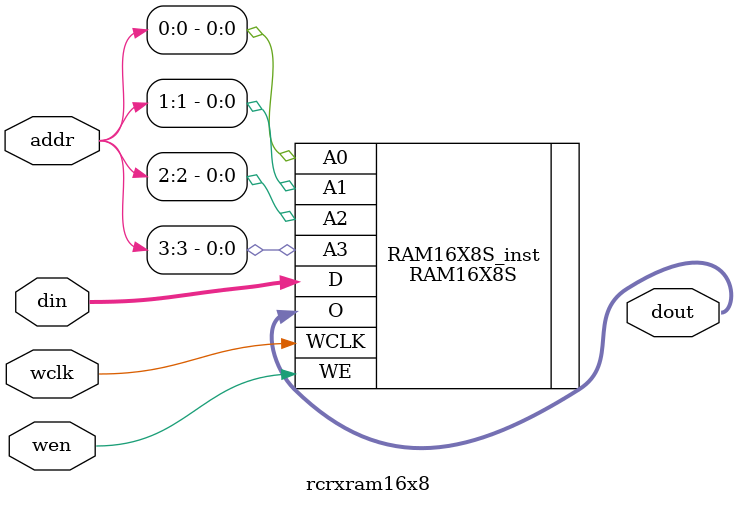
<source format=v>

module rcrx(clk,rdwr,strobe,our_addr,addr,busy_in,busy_out,
       addr_match_in,addr_match_out,datin,datout,
       n100clk, rcin, pktled, spare0, spare1);
    input  clk;              // system clock
    input  rdwr;             // direction of this transfer. Read=1; Write=0
    input  strobe;           // true on full valid command
    input  [3:0] our_addr;   // high byte of our assigned address
    input  [11:0] addr;      // address of target peripheral
    input  busy_in;          // ==1 if a previous peripheral is busy
    output busy_out;         // ==our busy state if our address, pass through otherwise
    input  addr_match_in;    // ==1 if a previous peripheral claims the address
    output addr_match_out;   // ==1 if we claim the above address, pass through otherwise
    input  [7:0] datin ;     // Data INto the peripheral;
    output [7:0] datout ;    // Data OUTput from the peripheral, = datin if not us.
    input  n100clk;          // 100 microsecond clock pulse
    input  rcin;             // Data from the RC receiver
    output pktled;           // Set high when we're getting a packet
    inout  spare0;
    inout  spare1;

    // RC pulse width registers and lines
    reg    ind1, ind2;       // Input delay lines
    reg    [14:0] main;      // Main pulse width measurement clock
    reg    [2:0] nchan;      // Channel count as set by the user.  Default is 6.
    reg    [3:0] count;      // Edge count.  At least 2x nchan
    reg    led;              // The latched state of the LED. 
    reg    state;            // wait for first edge, in pulses
    reg    data_ready;       // ==1 if a packet is ready for the host

    // Addressing, bus interface, and spare I/O lines and registers
    wire   myaddr;           // ==1 if a correct read/write on our address
    reg    [1:0] iodir;      // ==1 if pin is an output.  Default is input
    reg    [1:0] ioval;      // input values of I/O pins.

    // Pulse width data registers
    wire   [7:0] doutl;      // RAM output lines
    wire   [7:0] douth;      // RAM output lines
    wire   [3:0] raddr;      // RAM address lines
    wire   ramwen;           // RAM write enable
    rcrxram16x8 pulseL(doutl,raddr,main[7:0],clk,ramwen); // Register array in RAM
    rcrxram16x8 pulseH(douth,raddr,{ind2,main[14:8]},clk,ramwen);

    initial
    begin
        iodir = 0;       // spare pins default to input
        state = 0;       // Waiting for sync interval
        ind1 = 0;
        ind2 = 0;
        data_ready = 0;
        main = 0;
        count = 0;
        nchan = 6;
    end


    always @(posedge clk)
    begin
        // Do spare I/O stuff
        if (iodir[0] == 0)
            ioval[0] <= spare0;
        if (iodir[1] == 0)
            ioval[1] <= spare1;

        // Handle reads and writes from the host
        if (strobe && myaddr && (addr[5:0] == 32) && ~rdwr)
        begin
            nchan <= datin[2:0];      // latch channel count
            iodir <= datin[5:4];
            ioval <= datin[7:6];
        end
        else if (strobe && myaddr && rdwr && (addr[5:0] == 31))
        begin
            data_ready <= 0;
        end


        // Do all processing on edge of 100 ns clock
        else if (n100clk)
        begin
            // Get the input into our clock domain
            ind1 <= rcin;
            ind2 <= ind1;

            // We key on edges so just increment the counter if no edge
            if (ind2 == ind1)
            begin
                if (main != 15'h7fff)
                    main <= main + 15'h0001;
            end
            else if (main < 15'h0800)
            begin
                main <= main + 15'h0001;
            end

            // Otherwise do edge / state machine processing
            else if (state == 0)     // waiting for first edge (and we got it!)
            begin
                // Sync has to be longer than 3.2 ms, otherwise continue looking
                if (main == 15'h7fff)
                begin
                    state <= 1;      // Start getting channel pulse widths
                    led <= 0;
                    count <= 0;      // Starting with an edge count of zero
                end
                main <= 0;           // Zero if wrong edge.  Zero for state=1 too.
            end
            else if (state == 1)     // Getting channel pulse widths
            begin
                // Validate data then store it in the registers
                if (main == 15'h7fff)
                begin
                    // Should not have a pulse this long in the data stream
                    state <= 0;
                end
                else begin
                    count <= count + 4'h01;
                    if (count[3:1] == nchan)  // done with this packet??
                    begin
                        data_ready <= 1;
                        led <= 1;
                        state <= 0;
                    end
                end
                main <= 0;           // Get ready for next channel
            end
        end
    end


    // Assign the outputs.
    assign myaddr = (addr[11:8] == our_addr) && (addr[7:6] == 0);
    assign datout = (~myaddr) ? datin :
                    (~strobe && myaddr && data_ready) ? 8'h20 :   // Send up 32 bytes
                    (strobe && (addr[5:0] == 32)) ? {ioval,iodir,led,nchan} :
                    (strobe & (addr[0] ==0)) ? douth : 
                    (strobe & (addr[0] ==1)) ? doutl : 
                    8'h00 ; 

    assign ramwen  = ((ind1 != ind2) && (state == 1) && (main != 15'h7fff));
    assign raddr = (strobe & myaddr) ? addr[4:1] : count ;

    assign busy_out = busy_in;
    assign addr_match_out = myaddr | addr_match_in;

    assign pktled = led;
    assign spare0 = (iodir[0] == 1) ? ioval[0]: 1'bz;
    assign spare1 = (iodir[1] == 1) ? ioval[1]: 1'bz;

endmodule




module rcrxram16x8(dout,addr,din,wclk,wen);
   output [7:0] dout;
   input  [3:0] addr;
   input  [7:0] din;
   input  wclk;
   input  wen;

   // RAM16X8S: 16 x 8 posedge write distributed (LUT) RAM
   //           Virtex-II/II-Pro
   // Xilinx HDL Language Template, version 10.1

   RAM16X8S #(
      .INIT_00(16'h0000), // INIT for bit 0 of RAM
      .INIT_01(16'h0000), // INIT for bit 1 of RAM
      .INIT_02(16'h0000), // INIT for bit 2 of RAM
      .INIT_03(16'h0000), // INIT for bit 3 of RAM
      .INIT_04(16'h0000), // INIT for bit 4 of RAM
      .INIT_05(16'h0000), // INIT for bit 5 of RAM
      .INIT_06(16'h0000), // INIT for bit 6 of RAM
      .INIT_07(16'h0000)  // INIT for bit 7 of RAM
   ) RAM16X8S_inst (
      .O(dout),           // 8-bit RAM data output
      .A0(addr[0]),       // RAM address[0] input
      .A1(addr[1]),       // RAM address[1] input
      .A2(addr[2]),       // RAM address[2] input
      .A3(addr[3]),       // RAM address[3] input
      .D(din),            // 8-bit RAM data input
      .WCLK(wclk),        // Write clock input
      .WE(wen)            // Write enable input
   );

   // End of RAM16X8S_inst instantiation

endmodule




</source>
